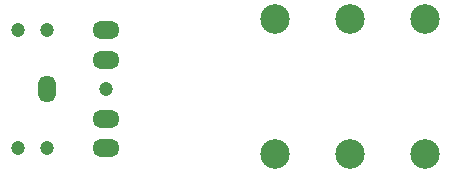
<source format=gbr>
%TF.GenerationSoftware,KiCad,Pcbnew,9.0.2*%
%TF.CreationDate,2025-08-14T21:49:21-07:00*%
%TF.ProjectId,natsys_conn1,6e617473-7973-45f6-936f-6e6e312e6b69,rev?*%
%TF.SameCoordinates,Original*%
%TF.FileFunction,Soldermask,Top*%
%TF.FilePolarity,Negative*%
%FSLAX46Y46*%
G04 Gerber Fmt 4.6, Leading zero omitted, Abs format (unit mm)*
G04 Created by KiCad (PCBNEW 9.0.2) date 2025-08-14 21:49:21*
%MOMM*%
%LPD*%
G01*
G04 APERTURE LIST*
%ADD10C,1.200000*%
%ADD11O,2.300000X1.500000*%
%ADD12O,1.500000X2.300000*%
%ADD13C,2.500000*%
G04 APERTURE END LIST*
D10*
%TO.C,J2*%
X125311800Y-100123000D03*
X127811800Y-100123000D03*
X132811800Y-95123000D03*
X125311800Y-90123000D03*
X127811800Y-90123000D03*
D11*
X132811800Y-97623000D03*
X132811800Y-92623000D03*
X132811800Y-90123000D03*
D12*
X127811800Y-95123000D03*
D11*
X132811800Y-100123000D03*
%TD*%
D13*
%TO.C,J3*%
X153466800Y-89179400D03*
X153466800Y-100609400D03*
X159816800Y-89179400D03*
X159816800Y-100609400D03*
X147116800Y-89179400D03*
X147116800Y-100609400D03*
%TD*%
M02*

</source>
